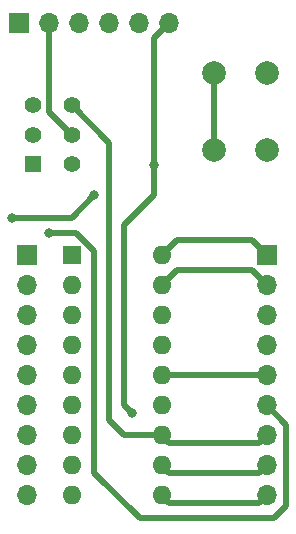
<source format=gbr>
%TF.GenerationSoftware,KiCad,Pcbnew,7.0.8*%
%TF.CreationDate,2024-01-22T17:09:08+00:00*%
%TF.ProjectId,picDevBoard,70696344-6576-4426-9f61-72642e6b6963,rev?*%
%TF.SameCoordinates,Original*%
%TF.FileFunction,Copper,L2,Bot*%
%TF.FilePolarity,Positive*%
%FSLAX46Y46*%
G04 Gerber Fmt 4.6, Leading zero omitted, Abs format (unit mm)*
G04 Created by KiCad (PCBNEW 7.0.8) date 2024-01-22 17:09:08*
%MOMM*%
%LPD*%
G01*
G04 APERTURE LIST*
%TA.AperFunction,ComponentPad*%
%ADD10R,1.600000X1.600000*%
%TD*%
%TA.AperFunction,ComponentPad*%
%ADD11O,1.600000X1.600000*%
%TD*%
%TA.AperFunction,ComponentPad*%
%ADD12C,2.000000*%
%TD*%
%TA.AperFunction,ComponentPad*%
%ADD13R,1.400000X1.400000*%
%TD*%
%TA.AperFunction,ComponentPad*%
%ADD14C,1.400000*%
%TD*%
%TA.AperFunction,ComponentPad*%
%ADD15O,1.700000X1.700000*%
%TD*%
%TA.AperFunction,ComponentPad*%
%ADD16R,1.700000X1.700000*%
%TD*%
%TA.AperFunction,ViaPad*%
%ADD17C,0.800000*%
%TD*%
%TA.AperFunction,Conductor*%
%ADD18C,0.500000*%
%TD*%
G04 APERTURE END LIST*
D10*
%TO.P,U1,1,RA2*%
%TO.N,/RA2*%
X31750000Y-78740000D03*
D11*
%TO.P,U1,2,RA3*%
%TO.N,/RA3*%
X31750000Y-81280000D03*
%TO.P,U1,3,TOCKI/RA4*%
%TO.N,/TOCKI{slash}RA4*%
X31750000Y-83820000D03*
%TO.P,U1,4,~{MCLR}*%
%TO.N,/~MCLR*%
X31750000Y-86360000D03*
%TO.P,U1,5,VSS*%
%TO.N,GND*%
X31750000Y-88900000D03*
%TO.P,U1,6,INT/RB0*%
%TO.N,/RB0*%
X31750000Y-91440000D03*
%TO.P,U1,7,RB1*%
%TO.N,/RB1*%
X31750000Y-93980000D03*
%TO.P,U1,8,RB2*%
%TO.N,/RB2*%
X31750000Y-96520000D03*
%TO.P,U1,9,RB3*%
%TO.N,/RB3*%
X31750000Y-99060000D03*
%TO.P,U1,10,RB4*%
%TO.N,/RB4*%
X39370000Y-99060000D03*
%TO.P,U1,11,RB5*%
%TO.N,/RB5*%
X39370000Y-96520000D03*
%TO.P,U1,12,RB6*%
%TO.N,/RB6*%
X39370000Y-93980000D03*
%TO.P,U1,13,RB7*%
%TO.N,/RB7*%
X39370000Y-91440000D03*
%TO.P,U1,14,VDD*%
%TO.N,/Prog_5*%
X39370000Y-88900000D03*
%TO.P,U1,15,OSC2/CLKOUT*%
%TO.N,/OSC2{slash}CLKOUT*%
X39370000Y-86360000D03*
%TO.P,U1,16,OSC1/CLKIN*%
%TO.N,/OSC1{slash}CLKIN*%
X39370000Y-83820000D03*
%TO.P,U1,17,RA0*%
%TO.N,/RA0*%
X39370000Y-81280000D03*
%TO.P,U1,18,RA1*%
%TO.N,/RA1*%
X39370000Y-78740000D03*
%TD*%
D12*
%TO.P,SW2,2,2*%
%TO.N,GND*%
X48260000Y-69850000D03*
X48260000Y-63350000D03*
%TO.P,SW2,1,1*%
%TO.N,/Prog_5*%
X43760000Y-69850000D03*
X43760000Y-63350000D03*
%TD*%
D13*
%TO.P,SW1,1,A*%
%TO.N,/RB7_H*%
X28450000Y-71040000D03*
D14*
%TO.P,SW1,2,B*%
%TO.N,/RB7*%
X28450000Y-68540000D03*
%TO.P,SW1,3,C*%
%TO.N,/Prog_3*%
X28450000Y-66040000D03*
%TO.P,SW1,4,A*%
%TO.N,unconnected-(SW1-A-Pad4)*%
X31750000Y-71040000D03*
%TO.P,SW1,5,B*%
%TO.N,/Prog_2*%
X31750000Y-68540000D03*
%TO.P,SW1,6,C*%
%TO.N,/RB6*%
X31750000Y-66040000D03*
%TD*%
D15*
%TO.P,J3,9,Pin_9*%
%TO.N,/RB4*%
X48260000Y-99060000D03*
%TO.P,J3,8,Pin_8*%
%TO.N,/RB5*%
X48260000Y-96520000D03*
%TO.P,J3,7,Pin_7*%
%TO.N,/RB6*%
X48260000Y-93980000D03*
%TO.P,J3,6,Pin_6*%
%TO.N,/RB7_H*%
X48260000Y-91440000D03*
%TO.P,J3,5,Pin_5*%
%TO.N,/Prog_5*%
X48260000Y-88900000D03*
%TO.P,J3,4,Pin_4*%
%TO.N,/OSC2{slash}CLKOUT*%
X48260000Y-86360000D03*
%TO.P,J3,3,Pin_3*%
%TO.N,/OSC1{slash}CLKIN*%
X48260000Y-83820000D03*
%TO.P,J3,2,Pin_2*%
%TO.N,/RA0*%
X48260000Y-81280000D03*
D16*
%TO.P,J3,1,Pin_1*%
%TO.N,/RA1*%
X48260000Y-78740000D03*
%TD*%
%TO.P,J2,1,Pin_1*%
%TO.N,/RA2*%
X27940000Y-78750000D03*
D15*
%TO.P,J2,2,Pin_2*%
%TO.N,/RA3*%
X27940000Y-81290000D03*
%TO.P,J2,3,Pin_3*%
%TO.N,/TOCKI{slash}RA4*%
X27940000Y-83830000D03*
%TO.P,J2,4,Pin_4*%
%TO.N,/~MCLR*%
X27940000Y-86370000D03*
%TO.P,J2,5,Pin_5*%
%TO.N,GND*%
X27940000Y-88910000D03*
%TO.P,J2,6,Pin_6*%
%TO.N,/RB0*%
X27940000Y-91450000D03*
%TO.P,J2,7,Pin_7*%
%TO.N,/RB1*%
X27940000Y-93990000D03*
%TO.P,J2,8,Pin_8*%
%TO.N,/RB2*%
X27940000Y-96530000D03*
%TO.P,J2,9,Pin_9*%
%TO.N,/RB3*%
X27940000Y-99070000D03*
%TD*%
D16*
%TO.P,J1,1,Pin_1*%
%TO.N,unconnected-(J1-Pin_1-Pad1)*%
X27305000Y-59055000D03*
D15*
%TO.P,J1,2,Pin_2*%
%TO.N,/Prog_2*%
X29845000Y-59055000D03*
%TO.P,J1,3,Pin_3*%
%TO.N,/Prog_3*%
X32385000Y-59055000D03*
%TO.P,J1,4,Pin_4*%
%TO.N,unconnected-(J1-Pin_4-Pad4)*%
X34925000Y-59055000D03*
%TO.P,J1,5,Pin_5*%
%TO.N,/Prog_5*%
X37465000Y-59055000D03*
%TO.P,J1,6,Pin_6*%
%TO.N,GND*%
X40005000Y-59055000D03*
%TD*%
D17*
%TO.N,GND*%
X36830000Y-92075000D03*
%TO.N,/RB7_H*%
X29845000Y-76835000D03*
%TO.N,/~MCLR*%
X33655000Y-73660000D03*
X26670000Y-75565000D03*
%TO.N,GND*%
X38735000Y-71120000D03*
%TD*%
D18*
%TO.N,/RB6*%
X47625000Y-94615000D02*
X40005000Y-94615000D01*
X40005000Y-94615000D02*
X39370000Y-93980000D01*
X48260000Y-93980000D02*
X47625000Y-94615000D01*
%TO.N,/RB5*%
X47625000Y-97155000D02*
X48260000Y-96520000D01*
X40005000Y-97155000D02*
X47625000Y-97155000D01*
X39370000Y-96520000D02*
X40005000Y-97155000D01*
%TO.N,/RB4*%
X40005000Y-99695000D02*
X47625000Y-99695000D01*
X47625000Y-99695000D02*
X48260000Y-99060000D01*
X39370000Y-99060000D02*
X40005000Y-99695000D01*
%TO.N,/RB7_H*%
X49915000Y-93095000D02*
X48260000Y-91440000D01*
X37530000Y-101030000D02*
X48830000Y-101030000D01*
X33655000Y-78408604D02*
X33655000Y-97155000D01*
X33655000Y-97155000D02*
X37530000Y-101030000D01*
X32081396Y-76835000D02*
X33655000Y-78408604D01*
X29845000Y-76835000D02*
X32081396Y-76835000D01*
X48830000Y-101030000D02*
X49915000Y-99945000D01*
X49915000Y-99945000D02*
X49915000Y-93095000D01*
%TO.N,GND*%
X36195000Y-91440000D02*
X36830000Y-92075000D01*
X36195000Y-76200000D02*
X36195000Y-91440000D01*
%TO.N,/RB6*%
X34925000Y-69215000D02*
X34925000Y-92710000D01*
X34925000Y-92710000D02*
X36195000Y-93980000D01*
X36195000Y-93980000D02*
X39370000Y-93980000D01*
X31750000Y-66040000D02*
X34925000Y-69215000D01*
%TO.N,GND*%
X38735000Y-73660000D02*
X36195000Y-76200000D01*
X38735000Y-71120000D02*
X38735000Y-73660000D01*
%TO.N,/~MCLR*%
X31750000Y-75565000D02*
X33655000Y-73660000D01*
X26670000Y-75565000D02*
X31750000Y-75565000D01*
%TO.N,/Prog_5*%
X48260000Y-88900000D02*
X39370000Y-88900000D01*
%TO.N,GND*%
X38735000Y-60325000D02*
X38735000Y-71120000D01*
X40005000Y-59055000D02*
X38735000Y-60325000D01*
%TO.N,/RA0*%
X40640000Y-80010000D02*
X46990000Y-80010000D01*
X39370000Y-81280000D02*
X40640000Y-80010000D01*
X46990000Y-80010000D02*
X48260000Y-81280000D01*
%TO.N,/RA1*%
X40640000Y-77470000D02*
X46990000Y-77470000D01*
X39370000Y-78740000D02*
X40640000Y-77470000D01*
X46990000Y-77470000D02*
X48260000Y-78740000D01*
%TO.N,/Prog_2*%
X29845000Y-66635000D02*
X29845000Y-59055000D01*
X31750000Y-68540000D02*
X29845000Y-66635000D01*
%TO.N,/Prog_5*%
X43760000Y-69850000D02*
X43760000Y-63350000D01*
%TD*%
M02*

</source>
